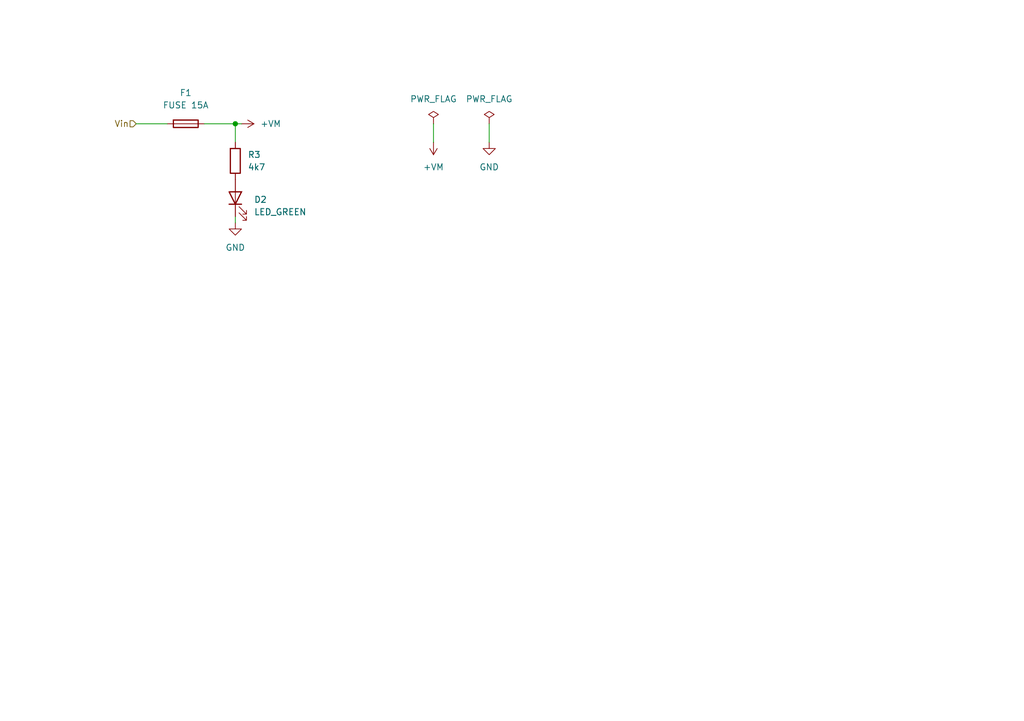
<source format=kicad_sch>
(kicad_sch (version 20250114) (generator "eeschema") (generator_version "9.0")
  (paper "A5")
  (lib_symbols
    (symbol "Device:Fuse" (pin_numbers (hide yes)) (pin_names (offset 0))
      (property "Reference" "F" (at 2.032 0 90))
      (property "Value" "Fuse" (at -1.905 0 90))
      (symbol "Fuse_0_1"
        (rectangle (start -0.762 -2.54) (end 0.762 2.54) (stroke (width 0.254)))
        (polyline (pts (xy 0 2.54) (xy 0 -2.54)))
      )
      (symbol "Fuse_1_1"
        (pin passive line (at 0 3.81 270) (length 1.27) (name "~") (number "1"))
        (pin passive line (at 0 -3.81 90) (length 1.27) (name "~") (number "2"))
      )
    )
    (symbol "Device:LED" (pin_numbers (hide yes)) (pin_names (offset 1.016) (hide yes))
      (property "Reference" "D" (at 0 2.54 0))
      (property "Value" "LED" (at 0 -2.54 0))
      (symbol "LED_0_1"
        (polyline (pts (xy -3.048 -0.762) (xy -4.572 -2.286) (xy -3.81 -2.286) (xy -4.572 -2.286) (xy -4.572 -1.524)))
        (polyline (pts (xy -1.778 -0.762) (xy -3.302 -2.286) (xy -2.54 -2.286) (xy -3.302 -2.286) (xy -3.302 -1.524)))
        (polyline (pts (xy -1.27 0) (xy 1.27 0)))
        (polyline (pts (xy -1.27 -1.27) (xy -1.27 1.27)) (stroke (width 0.254)))
        (polyline (pts (xy 1.27 -1.27) (xy 1.27 1.27) (xy -1.27 0) (xy 1.27 -1.27)) (stroke (width 0.254)))
      )
      (symbol "LED_1_1"
        (pin passive line (at -3.81 0 0) (length 2.54) (name "K") (number "1"))
        (pin passive line (at 3.81 0 180) (length 2.54) (name "A") (number "2"))
      )
    )
    (symbol "Device:R" (pin_numbers (hide yes)) (pin_names (offset 0))
      (property "Reference" "R" (at 2.032 0 90))
      (property "Value" "R" (at 0 0 90))
      (symbol "R_0_1"
        (rectangle (start -1.016 -2.54) (end 1.016 2.54) (stroke (width 0.254)))
      )
      (symbol "R_1_1"
        (pin passive line (at 0 3.81 270) (length 1.27) (name "~") (number "1"))
        (pin passive line (at 0 -3.81 90) (length 1.27) (name "~") (number "2"))
      )
    )
    (symbol "power:GND" (power) (pin_numbers (hide yes)) (pin_names (offset 0) (hide yes))
      (property "Value" "GND" (at 0 -3.81 0))
      (symbol "GND_0_1"
        (polyline (pts (xy 0 0) (xy 0 -1.27) (xy 1.27 -1.27) (xy 0 -2.54) (xy -1.27 -1.27) (xy 0 -1.27)))
      )
      (symbol "GND_1_1"
        (pin power_in line (at 0 0 270) (length 0) (name "~") (number "1"))
      )
    )
    (symbol "power:PWR_FLAG" (power) (pin_numbers (hide yes)) (pin_names (offset 0) (hide yes))
      (property "Value" "PWR_FLAG" (at 0 3.81 0))
      (symbol "PWR_FLAG_0_0"
        (pin power_out line (at 0 0 90) (length 0) (name "~") (number "1"))
      )
      (symbol "PWR_FLAG_0_1"
        (polyline (pts (xy 0 0) (xy 0 1.27) (xy -1.016 1.905) (xy 0 2.54) (xy 1.016 1.905) (xy 0 1.27)))
      )
    )
    (symbol "power:VCC" (power) (pin_numbers (hide yes)) (pin_names (offset 0) (hide yes))
      (property "Value" "VCC" (at 0 3.556 0))
      (symbol "VCC_0_1"
        (polyline (pts (xy -0.762 1.27) (xy 0 2.54)))
        (polyline (pts (xy 0 2.54) (xy 0.762 1.27)))
        (polyline (pts (xy 0 0) (xy 0 2.54)))
      )
      (symbol "VCC_1_1"
        (pin power_in line (at 0 0 90) (length 0) (name "~") (number "1"))
      )
    )
  )
  (junction (at 48.26 25.4))
  (wire (pts (xy 41.91 25.4) (xy 48.26 25.4)))
  (wire (pts (xy 48.26 44.45) (xy 48.26 45.72)))
  (wire (pts (xy 27.94 25.4) (xy 34.29 25.4)))
  (wire (pts (xy 48.26 25.4) (xy 48.26 29.21)))
  (wire (pts (xy 48.26 25.4) (xy 49.53 25.4)))
  (wire (pts (xy 100.33 25.4) (xy 100.33 29.21)))
  (wire (pts (xy 88.9 25.4) (xy 88.9 29.21)))
  (hierarchical_label "Vin" (shape input) (at 27.94 25.4 180))
  (symbol (lib_id "power:GND") (at 100.33 29.21 0) (unit 1)
    (property "Reference" "#PWR020" (effects (hide yes)))
    (property "Value" "GND" (at 100.33 34.29 0))
    (property "Description" "Power symbol creates a global label with name \"GND\" , ground" (effects (hide yes)))
  )
  (symbol (lib_id "Device:LED") (at 48.26 40.64 90) (unit 1)
    (property "Reference" "D2" (at 52.07 40.9574 90) (effects (justify right)))
    (property "Value" "LED_GREEN" (at 52.07 43.4974 90) (effects (justify right)))
    (property "Footprint" "LED_SMD:LED_0805_2012Metric_Pad1.15x1.40mm_HandSolder" (effects (hide yes)))
    (property "Description" "ULM" (effects (hide yes)))
    (property "Manufacturer Part Number" "APTD2012LCGCK " (effects (hide yes)))
    (property "Mouser number" "604-APTD2012LCGCK " (effects (hide yes)))
    (property "Ullmanna Part Number" "BMCLED102 " (effects (hide yes)))
  )
  (symbol (lib_id "power:PWR_FLAG") (at 88.9 25.4 0) (unit 1)
    (property "Reference" "#FLG02" (effects (hide yes)))
    (property "Value" "PWR_FLAG" (at 88.9 20.32 0))
    (property "Description" "Special symbol for telling ERC where power comes from" (effects (hide yes)))
  )
  (symbol (lib_id "power:PWR_FLAG") (at 100.33 25.4 0) (unit 1)
    (property "Reference" "#FLG03" (effects (hide yes)))
    (property "Value" "PWR_FLAG" (at 100.33 20.32 0))
    (property "Description" "Special symbol for telling ERC where power comes from" (effects (hide yes)))
  )
  (symbol (lib_id "Device:R") (at 48.26 33.02 0) (unit 1)
    (property "Reference" "R3" (at 50.8 31.7499 0) (effects (justify left)))
    (property "Value" "4k7" (at 50.8 34.2899 0) (effects (justify left)))
    (property "Footprint" "Resistor_SMD:R_0603_1608Metric_Pad0.98x0.95mm_HandSolder" (effects (hide yes)))
    (property "Description" "ULM" (effects (hide yes)))
    (property "Manufacturer Part Number" "RC0603FR-074K7L " (effects (hide yes)))
    (property "Mouser number" "603-RC0603FR-074K7L " (effects (hide yes)))
    (property "Ullmanna Part Number" "BMCR0192" (effects (hide yes)))
  )
  (symbol (lib_id "power:GND") (at 48.26 45.72 0) (unit 1)
    (property "Reference" "#PWR03" (effects (hide yes)))
    (property "Value" "GND" (at 48.26 50.8 0))
    (property "Description" "Power symbol creates a global label with name \"GND\" , ground" (effects (hide yes)))
  )
  (symbol (lib_id "Device:Fuse") (at 38.1 25.4 90) (unit 1)
    (property "Reference" "F1" (at 38.1 19.05 90))
    (property "Value" "FUSE 15A" (at 38.1 21.59 90))
    (property "Footprint" "Fuse:Fuseholder_Blade_Mini_Keystone_3568" (effects (hide yes)))
    (property "Description" "ULM" (effects (hide yes)))
    (property "Manufacturer Part Number" "3568" (effects (hide yes)))
    (property "Mouser number" "534-3568" (effects (hide yes)))
  )
  (symbol (lib_id "power:VCC") (at 88.9 29.21 180) (unit 1)
    (property "Reference" "#PWR019" (effects (hide yes)))
    (property "Value" "+VM" (at 88.9 34.29 0))
    (property "Description" "Power symbol creates a global label with name \"VCC\"" (effects (hide yes)))
  )
  (symbol (lib_id "power:VCC") (at 49.53 25.4 270) (unit 1)
    (property "Reference" "#PWR017" (effects (hide yes)))
    (property "Value" "+VM" (at 53.34 25.3999 90) (effects (justify left)))
    (property "Description" "Power symbol creates a global label with name \"VCC\"" (effects (hide yes)))
  )
)
</source>
